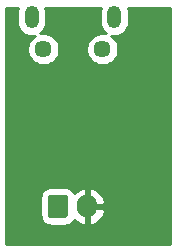
<source format=gbr>
%TF.GenerationSoftware,KiCad,Pcbnew,(5.1.10)-1*%
%TF.CreationDate,2021-10-28T23:59:16+02:00*%
%TF.ProjectId,Battery Charger Li-Po,42617474-6572-4792-9043-686172676572,rev?*%
%TF.SameCoordinates,Original*%
%TF.FileFunction,Copper,L2,Bot*%
%TF.FilePolarity,Positive*%
%FSLAX46Y46*%
G04 Gerber Fmt 4.6, Leading zero omitted, Abs format (unit mm)*
G04 Created by KiCad (PCBNEW (5.1.10)-1) date 2021-10-28 23:59:16*
%MOMM*%
%LPD*%
G01*
G04 APERTURE LIST*
%TA.AperFunction,ComponentPad*%
%ADD10O,1.700000X2.000000*%
%TD*%
%TA.AperFunction,ComponentPad*%
%ADD11O,1.200000X1.900000*%
%TD*%
%TA.AperFunction,ComponentPad*%
%ADD12C,1.450000*%
%TD*%
%TA.AperFunction,ViaPad*%
%ADD13C,0.800000*%
%TD*%
%TA.AperFunction,Conductor*%
%ADD14C,0.254000*%
%TD*%
%TA.AperFunction,Conductor*%
%ADD15C,0.100000*%
%TD*%
G04 APERTURE END LIST*
D10*
%TO.P,J2,2*%
%TO.N,GND*%
X139660000Y-133350000D03*
%TO.P,J2,1*%
%TO.N,VCC*%
%TA.AperFunction,ComponentPad*%
G36*
G01*
X136310000Y-134100000D02*
X136310000Y-132600000D01*
G75*
G02*
X136560000Y-132350000I250000J0D01*
G01*
X137760000Y-132350000D01*
G75*
G02*
X138010000Y-132600000I0J-250000D01*
G01*
X138010000Y-134100000D01*
G75*
G02*
X137760000Y-134350000I-250000J0D01*
G01*
X136560000Y-134350000D01*
G75*
G02*
X136310000Y-134100000I0J250000D01*
G01*
G37*
%TD.AperFunction*%
%TD*%
D11*
%TO.P,J1,6*%
%TO.N,Net-(J1-Pad6)*%
X134930000Y-117339215D03*
X141930000Y-117339215D03*
D12*
X135930000Y-120039215D03*
X140930000Y-120039215D03*
%TD*%
D13*
%TO.N,GND*%
X134620000Y-121920000D03*
X140970000Y-125730000D03*
X140970000Y-128270000D03*
%TD*%
D14*
%TO.N,GND*%
X133712870Y-116747113D02*
X133695000Y-116928550D01*
X133695000Y-117749879D01*
X133712870Y-117931316D01*
X133783489Y-118164115D01*
X133898167Y-118378663D01*
X134052498Y-118566717D01*
X134240551Y-118721048D01*
X134455099Y-118835726D01*
X134687898Y-118906345D01*
X134930000Y-118930190D01*
X135172101Y-118906345D01*
X135182035Y-118903331D01*
X135063051Y-118982834D01*
X134873619Y-119172266D01*
X134724784Y-119395014D01*
X134622264Y-119642518D01*
X134570000Y-119905267D01*
X134570000Y-120173163D01*
X134622264Y-120435912D01*
X134724784Y-120683416D01*
X134873619Y-120906164D01*
X135063051Y-121095596D01*
X135285799Y-121244431D01*
X135533303Y-121346951D01*
X135796052Y-121399215D01*
X136063948Y-121399215D01*
X136326697Y-121346951D01*
X136574201Y-121244431D01*
X136796949Y-121095596D01*
X136986381Y-120906164D01*
X137135216Y-120683416D01*
X137237736Y-120435912D01*
X137290000Y-120173163D01*
X137290000Y-119905267D01*
X137237736Y-119642518D01*
X137135216Y-119395014D01*
X136986381Y-119172266D01*
X136796949Y-118982834D01*
X136574201Y-118833999D01*
X136326697Y-118731479D01*
X136063948Y-118679215D01*
X135796052Y-118679215D01*
X135630231Y-118712199D01*
X135807502Y-118566717D01*
X135961833Y-118378664D01*
X136076511Y-118164116D01*
X136147130Y-117931317D01*
X136165000Y-117749880D01*
X136165000Y-116928551D01*
X136147130Y-116747114D01*
X136087336Y-116550000D01*
X140772664Y-116550000D01*
X140712870Y-116747114D01*
X140695000Y-116928551D01*
X140695000Y-117749880D01*
X140712870Y-117931317D01*
X140783489Y-118164116D01*
X140898168Y-118378664D01*
X141052499Y-118566717D01*
X141229769Y-118712199D01*
X141063948Y-118679215D01*
X140796052Y-118679215D01*
X140533303Y-118731479D01*
X140285799Y-118833999D01*
X140063051Y-118982834D01*
X139873619Y-119172266D01*
X139724784Y-119395014D01*
X139622264Y-119642518D01*
X139570000Y-119905267D01*
X139570000Y-120173163D01*
X139622264Y-120435912D01*
X139724784Y-120683416D01*
X139873619Y-120906164D01*
X140063051Y-121095596D01*
X140285799Y-121244431D01*
X140533303Y-121346951D01*
X140796052Y-121399215D01*
X141063948Y-121399215D01*
X141326697Y-121346951D01*
X141574201Y-121244431D01*
X141796949Y-121095596D01*
X141986381Y-120906164D01*
X142135216Y-120683416D01*
X142237736Y-120435912D01*
X142290000Y-120173163D01*
X142290000Y-119905267D01*
X142237736Y-119642518D01*
X142135216Y-119395014D01*
X141986381Y-119172266D01*
X141796949Y-118982834D01*
X141677965Y-118903331D01*
X141687899Y-118906345D01*
X141930000Y-118930190D01*
X142172102Y-118906345D01*
X142404901Y-118835726D01*
X142619449Y-118721048D01*
X142807502Y-118566717D01*
X142961833Y-118378664D01*
X143076511Y-118164116D01*
X143147130Y-117931316D01*
X143165000Y-117749879D01*
X143165000Y-116928550D01*
X143147130Y-116747113D01*
X143087336Y-116550000D01*
X146660001Y-116550000D01*
X146660000Y-136500000D01*
X132740000Y-136500000D01*
X132740000Y-132600000D01*
X135671928Y-132600000D01*
X135671928Y-134100000D01*
X135688992Y-134273254D01*
X135739528Y-134439850D01*
X135821595Y-134593386D01*
X135932038Y-134727962D01*
X136066614Y-134838405D01*
X136220150Y-134920472D01*
X136386746Y-134971008D01*
X136560000Y-134988072D01*
X137760000Y-134988072D01*
X137933254Y-134971008D01*
X138099850Y-134920472D01*
X138253386Y-134838405D01*
X138387962Y-134727962D01*
X138498405Y-134593386D01*
X138552914Y-134491407D01*
X138553198Y-134491795D01*
X138767954Y-134688664D01*
X139016991Y-134839854D01*
X139290739Y-134939554D01*
X139303110Y-134941476D01*
X139533000Y-134820155D01*
X139533000Y-133477000D01*
X139787000Y-133477000D01*
X139787000Y-134820155D01*
X140016890Y-134941476D01*
X140029261Y-134939554D01*
X140303009Y-134839854D01*
X140552046Y-134688664D01*
X140766802Y-134491795D01*
X140939025Y-134256812D01*
X141062096Y-133992745D01*
X141131285Y-133709742D01*
X140987232Y-133477000D01*
X139787000Y-133477000D01*
X139533000Y-133477000D01*
X139513000Y-133477000D01*
X139513000Y-133223000D01*
X139533000Y-133223000D01*
X139533000Y-131879845D01*
X139787000Y-131879845D01*
X139787000Y-133223000D01*
X140987232Y-133223000D01*
X141131285Y-132990258D01*
X141062096Y-132707255D01*
X140939025Y-132443188D01*
X140766802Y-132208205D01*
X140552046Y-132011336D01*
X140303009Y-131860146D01*
X140029261Y-131760446D01*
X140016890Y-131758524D01*
X139787000Y-131879845D01*
X139533000Y-131879845D01*
X139303110Y-131758524D01*
X139290739Y-131760446D01*
X139016991Y-131860146D01*
X138767954Y-132011336D01*
X138553198Y-132208205D01*
X138552914Y-132208593D01*
X138498405Y-132106614D01*
X138387962Y-131972038D01*
X138253386Y-131861595D01*
X138099850Y-131779528D01*
X137933254Y-131728992D01*
X137760000Y-131711928D01*
X136560000Y-131711928D01*
X136386746Y-131728992D01*
X136220150Y-131779528D01*
X136066614Y-131861595D01*
X135932038Y-131972038D01*
X135821595Y-132106614D01*
X135739528Y-132260150D01*
X135688992Y-132426746D01*
X135671928Y-132600000D01*
X132740000Y-132600000D01*
X132740000Y-116550000D01*
X133772664Y-116550000D01*
X133712870Y-116747113D01*
%TA.AperFunction,Conductor*%
D15*
G36*
X133712870Y-116747113D02*
G01*
X133695000Y-116928550D01*
X133695000Y-117749879D01*
X133712870Y-117931316D01*
X133783489Y-118164115D01*
X133898167Y-118378663D01*
X134052498Y-118566717D01*
X134240551Y-118721048D01*
X134455099Y-118835726D01*
X134687898Y-118906345D01*
X134930000Y-118930190D01*
X135172101Y-118906345D01*
X135182035Y-118903331D01*
X135063051Y-118982834D01*
X134873619Y-119172266D01*
X134724784Y-119395014D01*
X134622264Y-119642518D01*
X134570000Y-119905267D01*
X134570000Y-120173163D01*
X134622264Y-120435912D01*
X134724784Y-120683416D01*
X134873619Y-120906164D01*
X135063051Y-121095596D01*
X135285799Y-121244431D01*
X135533303Y-121346951D01*
X135796052Y-121399215D01*
X136063948Y-121399215D01*
X136326697Y-121346951D01*
X136574201Y-121244431D01*
X136796949Y-121095596D01*
X136986381Y-120906164D01*
X137135216Y-120683416D01*
X137237736Y-120435912D01*
X137290000Y-120173163D01*
X137290000Y-119905267D01*
X137237736Y-119642518D01*
X137135216Y-119395014D01*
X136986381Y-119172266D01*
X136796949Y-118982834D01*
X136574201Y-118833999D01*
X136326697Y-118731479D01*
X136063948Y-118679215D01*
X135796052Y-118679215D01*
X135630231Y-118712199D01*
X135807502Y-118566717D01*
X135961833Y-118378664D01*
X136076511Y-118164116D01*
X136147130Y-117931317D01*
X136165000Y-117749880D01*
X136165000Y-116928551D01*
X136147130Y-116747114D01*
X136087336Y-116550000D01*
X140772664Y-116550000D01*
X140712870Y-116747114D01*
X140695000Y-116928551D01*
X140695000Y-117749880D01*
X140712870Y-117931317D01*
X140783489Y-118164116D01*
X140898168Y-118378664D01*
X141052499Y-118566717D01*
X141229769Y-118712199D01*
X141063948Y-118679215D01*
X140796052Y-118679215D01*
X140533303Y-118731479D01*
X140285799Y-118833999D01*
X140063051Y-118982834D01*
X139873619Y-119172266D01*
X139724784Y-119395014D01*
X139622264Y-119642518D01*
X139570000Y-119905267D01*
X139570000Y-120173163D01*
X139622264Y-120435912D01*
X139724784Y-120683416D01*
X139873619Y-120906164D01*
X140063051Y-121095596D01*
X140285799Y-121244431D01*
X140533303Y-121346951D01*
X140796052Y-121399215D01*
X141063948Y-121399215D01*
X141326697Y-121346951D01*
X141574201Y-121244431D01*
X141796949Y-121095596D01*
X141986381Y-120906164D01*
X142135216Y-120683416D01*
X142237736Y-120435912D01*
X142290000Y-120173163D01*
X142290000Y-119905267D01*
X142237736Y-119642518D01*
X142135216Y-119395014D01*
X141986381Y-119172266D01*
X141796949Y-118982834D01*
X141677965Y-118903331D01*
X141687899Y-118906345D01*
X141930000Y-118930190D01*
X142172102Y-118906345D01*
X142404901Y-118835726D01*
X142619449Y-118721048D01*
X142807502Y-118566717D01*
X142961833Y-118378664D01*
X143076511Y-118164116D01*
X143147130Y-117931316D01*
X143165000Y-117749879D01*
X143165000Y-116928550D01*
X143147130Y-116747113D01*
X143087336Y-116550000D01*
X146660001Y-116550000D01*
X146660000Y-136500000D01*
X132740000Y-136500000D01*
X132740000Y-132600000D01*
X135671928Y-132600000D01*
X135671928Y-134100000D01*
X135688992Y-134273254D01*
X135739528Y-134439850D01*
X135821595Y-134593386D01*
X135932038Y-134727962D01*
X136066614Y-134838405D01*
X136220150Y-134920472D01*
X136386746Y-134971008D01*
X136560000Y-134988072D01*
X137760000Y-134988072D01*
X137933254Y-134971008D01*
X138099850Y-134920472D01*
X138253386Y-134838405D01*
X138387962Y-134727962D01*
X138498405Y-134593386D01*
X138552914Y-134491407D01*
X138553198Y-134491795D01*
X138767954Y-134688664D01*
X139016991Y-134839854D01*
X139290739Y-134939554D01*
X139303110Y-134941476D01*
X139533000Y-134820155D01*
X139533000Y-133477000D01*
X139787000Y-133477000D01*
X139787000Y-134820155D01*
X140016890Y-134941476D01*
X140029261Y-134939554D01*
X140303009Y-134839854D01*
X140552046Y-134688664D01*
X140766802Y-134491795D01*
X140939025Y-134256812D01*
X141062096Y-133992745D01*
X141131285Y-133709742D01*
X140987232Y-133477000D01*
X139787000Y-133477000D01*
X139533000Y-133477000D01*
X139513000Y-133477000D01*
X139513000Y-133223000D01*
X139533000Y-133223000D01*
X139533000Y-131879845D01*
X139787000Y-131879845D01*
X139787000Y-133223000D01*
X140987232Y-133223000D01*
X141131285Y-132990258D01*
X141062096Y-132707255D01*
X140939025Y-132443188D01*
X140766802Y-132208205D01*
X140552046Y-132011336D01*
X140303009Y-131860146D01*
X140029261Y-131760446D01*
X140016890Y-131758524D01*
X139787000Y-131879845D01*
X139533000Y-131879845D01*
X139303110Y-131758524D01*
X139290739Y-131760446D01*
X139016991Y-131860146D01*
X138767954Y-132011336D01*
X138553198Y-132208205D01*
X138552914Y-132208593D01*
X138498405Y-132106614D01*
X138387962Y-131972038D01*
X138253386Y-131861595D01*
X138099850Y-131779528D01*
X137933254Y-131728992D01*
X137760000Y-131711928D01*
X136560000Y-131711928D01*
X136386746Y-131728992D01*
X136220150Y-131779528D01*
X136066614Y-131861595D01*
X135932038Y-131972038D01*
X135821595Y-132106614D01*
X135739528Y-132260150D01*
X135688992Y-132426746D01*
X135671928Y-132600000D01*
X132740000Y-132600000D01*
X132740000Y-116550000D01*
X133772664Y-116550000D01*
X133712870Y-116747113D01*
G37*
%TD.AperFunction*%
%TD*%
M02*

</source>
